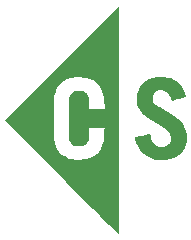
<source format=gbr>
%TF.GenerationSoftware,KiCad,Pcbnew,9.0.1*%
%TF.CreationDate,2025-06-06T15:08:54-07:00*%
%TF.ProjectId,basic_keychain,62617369-635f-46b6-9579-636861696e2e,rev?*%
%TF.SameCoordinates,Original*%
%TF.FileFunction,Legend,Top*%
%TF.FilePolarity,Positive*%
%FSLAX45Y45*%
G04 Gerber Fmt 4.5, Leading zero omitted, Abs format (unit mm)*
G04 Created by KiCad (PCBNEW 9.0.1) date 2025-06-06 15:08:54*
%MOMM*%
%LPD*%
G01*
G04 APERTURE LIST*
%ADD10C,0.000000*%
G04 APERTURE END LIST*
D10*
%TO.C,G\u002A\u002A\u002A*%
G36*
X22588597Y-10448630D02*
G01*
X22619336Y-10452946D01*
X22646456Y-10460137D01*
X22670756Y-10470557D01*
X22693036Y-10484555D01*
X22714097Y-10502484D01*
X22716454Y-10504792D01*
X22728431Y-10517508D01*
X22739167Y-10530479D01*
X22747410Y-10542168D01*
X22748702Y-10544309D01*
X22753737Y-10553871D01*
X22759103Y-10565543D01*
X22764330Y-10578110D01*
X22768948Y-10590358D01*
X22772485Y-10601070D01*
X22774473Y-10609034D01*
X22774739Y-10611583D01*
X22773449Y-10614322D01*
X22769092Y-10617117D01*
X22760937Y-10620357D01*
X22753742Y-10622731D01*
X22741794Y-10626413D01*
X22728188Y-10630457D01*
X22713760Y-10634630D01*
X22699342Y-10638703D01*
X22685770Y-10642445D01*
X22673879Y-10645626D01*
X22664502Y-10648014D01*
X22658475Y-10649379D01*
X22656612Y-10649569D01*
X22655285Y-10647031D01*
X22652284Y-10640871D01*
X22648085Y-10632080D01*
X22644258Y-10623971D01*
X22632270Y-10601988D01*
X22619143Y-10584839D01*
X22604656Y-10572352D01*
X22588587Y-10564353D01*
X22570716Y-10560670D01*
X22562893Y-10560367D01*
X22542439Y-10562371D01*
X22525374Y-10568140D01*
X22511780Y-10577598D01*
X22501741Y-10590670D01*
X22495339Y-10607281D01*
X22492786Y-10624631D01*
X22492754Y-10638164D01*
X22494881Y-10649213D01*
X22499774Y-10659160D01*
X22508037Y-10669387D01*
X22515781Y-10677104D01*
X22522062Y-10682846D01*
X22528459Y-10688177D01*
X22535598Y-10693498D01*
X22544103Y-10699211D01*
X22554598Y-10705719D01*
X22567709Y-10713423D01*
X22584060Y-10722724D01*
X22604218Y-10733993D01*
X22627437Y-10747049D01*
X22646810Y-10758312D01*
X22663040Y-10768270D01*
X22676833Y-10777411D01*
X22688891Y-10786225D01*
X22699919Y-10795200D01*
X22710622Y-10804823D01*
X22721416Y-10815298D01*
X22738137Y-10833145D01*
X22751208Y-10850032D01*
X22761493Y-10867352D01*
X22769853Y-10886497D01*
X22775074Y-10901894D01*
X22777423Y-10910136D01*
X22779056Y-10917893D01*
X22780095Y-10926380D01*
X22780658Y-10936809D01*
X22780866Y-10950392D01*
X22780871Y-10960431D01*
X22780467Y-10981545D01*
X22779222Y-10998820D01*
X22776908Y-11013470D01*
X22773296Y-11026711D01*
X22768158Y-11039756D01*
X22764484Y-11047519D01*
X22750495Y-11071541D01*
X22733881Y-11092125D01*
X22714182Y-11109639D01*
X22690934Y-11124449D01*
X22663675Y-11136922D01*
X22642395Y-11144323D01*
X22631491Y-11146734D01*
X22616694Y-11148616D01*
X22599177Y-11149949D01*
X22580110Y-11150714D01*
X22560666Y-11150892D01*
X22542016Y-11150465D01*
X22525333Y-11149413D01*
X22511787Y-11147716D01*
X22506232Y-11146537D01*
X22474638Y-11135841D01*
X22446071Y-11121063D01*
X22420516Y-11102188D01*
X22397954Y-11079202D01*
X22378369Y-11052090D01*
X22365649Y-11029093D01*
X22360422Y-11017797D01*
X22355237Y-11005415D01*
X22350424Y-10992888D01*
X22346310Y-10981157D01*
X22343223Y-10971163D01*
X22341491Y-10963846D01*
X22341443Y-10960148D01*
X22341553Y-10960004D01*
X22344891Y-10958606D01*
X22352374Y-10956424D01*
X22363150Y-10953645D01*
X22376367Y-10950457D01*
X22391173Y-10947049D01*
X22406717Y-10943607D01*
X22422148Y-10940320D01*
X22436612Y-10937375D01*
X22449258Y-10934959D01*
X22459235Y-10933262D01*
X22465691Y-10932469D01*
X22466649Y-10932435D01*
X22470384Y-10933854D01*
X22473134Y-10938793D01*
X22474461Y-10943251D01*
X22481901Y-10967174D01*
X22491091Y-10987147D01*
X22502584Y-11004169D01*
X22516186Y-11018558D01*
X22532413Y-11030446D01*
X22549888Y-11038016D01*
X22567906Y-11041353D01*
X22585760Y-11040543D01*
X22602746Y-11035673D01*
X22618159Y-11026828D01*
X22631293Y-11014094D01*
X22638317Y-11003697D01*
X22641973Y-10996849D01*
X22644285Y-10990992D01*
X22645560Y-10984604D01*
X22646100Y-10976162D01*
X22646212Y-10964248D01*
X22645635Y-10948465D01*
X22643479Y-10935979D01*
X22639106Y-10925283D01*
X22631880Y-10914874D01*
X22621163Y-10903245D01*
X22619807Y-10901891D01*
X22612214Y-10894831D01*
X22603302Y-10887553D01*
X22592566Y-10879721D01*
X22579500Y-10871003D01*
X22563597Y-10861066D01*
X22544351Y-10849574D01*
X22521256Y-10836196D01*
X22512595Y-10831248D01*
X22496855Y-10822171D01*
X22481402Y-10813057D01*
X22467212Y-10804497D01*
X22455259Y-10797082D01*
X22446518Y-10791401D01*
X22444873Y-10790267D01*
X22420657Y-10771001D01*
X22399759Y-10749738D01*
X22382698Y-10727113D01*
X22369991Y-10703758D01*
X22366122Y-10694008D01*
X22363682Y-10686554D01*
X22361981Y-10679567D01*
X22360888Y-10671864D01*
X22360270Y-10662265D01*
X22359998Y-10649586D01*
X22359943Y-10638248D01*
X22360106Y-10620499D01*
X22360722Y-10606562D01*
X22361898Y-10595170D01*
X22363740Y-10585056D01*
X22364790Y-10580684D01*
X22373643Y-10554484D01*
X22386110Y-10529995D01*
X22397012Y-10514178D01*
X22415481Y-10494705D01*
X22437656Y-10478384D01*
X22463141Y-10465351D01*
X22491541Y-10455739D01*
X22522463Y-10449685D01*
X22555512Y-10447324D01*
X22588597Y-10448630D01*
G37*
G36*
X22207184Y-10813453D02*
G01*
X22207179Y-10883290D01*
X22207165Y-10951821D01*
X22207141Y-11018871D01*
X22207108Y-11084266D01*
X22207066Y-11147830D01*
X22207016Y-11209388D01*
X22206958Y-11268766D01*
X22206892Y-11325790D01*
X22206819Y-11380283D01*
X22206739Y-11432071D01*
X22206652Y-11480980D01*
X22206559Y-11526834D01*
X22206460Y-11569459D01*
X22206356Y-11608679D01*
X22206246Y-11644321D01*
X22206132Y-11676208D01*
X22206013Y-11704167D01*
X22205890Y-11728022D01*
X22205763Y-11747598D01*
X22205632Y-11762722D01*
X22205498Y-11773216D01*
X22205362Y-11778908D01*
X22205273Y-11779950D01*
X22203333Y-11778174D01*
X22197943Y-11772944D01*
X22189251Y-11764408D01*
X22177405Y-11752714D01*
X22162553Y-11738007D01*
X22144842Y-11720435D01*
X22124421Y-11700147D01*
X22101437Y-11677288D01*
X22076039Y-11652007D01*
X22048373Y-11624451D01*
X22018588Y-11594766D01*
X21986832Y-11563100D01*
X21953253Y-11529601D01*
X21917998Y-11494416D01*
X21881215Y-11457691D01*
X21843053Y-11419575D01*
X21803659Y-11380214D01*
X21763180Y-11339756D01*
X21721765Y-11298348D01*
X21721071Y-11297654D01*
X21275036Y-10851615D01*
X21655300Y-10851615D01*
X21655366Y-10881393D01*
X21655533Y-10907533D01*
X21655799Y-10929752D01*
X21656162Y-10947767D01*
X21656619Y-10961296D01*
X21657167Y-10970056D01*
X21657247Y-10970854D01*
X21662986Y-11003722D01*
X21672713Y-11033732D01*
X21686277Y-11060688D01*
X21703526Y-11084399D01*
X21724310Y-11104671D01*
X21748476Y-11121310D01*
X21775874Y-11134125D01*
X21788517Y-11138383D01*
X21816255Y-11144686D01*
X21847308Y-11148041D01*
X21880802Y-11148390D01*
X21909747Y-11146365D01*
X21932287Y-11142478D01*
X21955836Y-11135768D01*
X21978374Y-11126916D01*
X21997711Y-11116709D01*
X22018986Y-11100575D01*
X22037879Y-11080375D01*
X22053947Y-11056753D01*
X22066744Y-11030351D01*
X22075039Y-11004970D01*
X22077167Y-10994299D01*
X22079213Y-10979622D01*
X22081084Y-10962024D01*
X22082684Y-10942588D01*
X22083921Y-10922400D01*
X22084700Y-10902543D01*
X22084910Y-10891077D01*
X22085020Y-10878988D01*
X22020120Y-10878988D01*
X21955220Y-10878988D01*
X21955175Y-10908893D01*
X21954594Y-10936453D01*
X21952832Y-10959505D01*
X21949726Y-10978528D01*
X21945112Y-10994000D01*
X21938827Y-11006399D01*
X21930706Y-11016206D01*
X21920587Y-11023899D01*
X21914812Y-11027061D01*
X21909326Y-11029500D01*
X21903779Y-11031152D01*
X21897015Y-11032169D01*
X21887876Y-11032701D01*
X21875207Y-11032898D01*
X21869788Y-11032916D01*
X21856038Y-11032880D01*
X21846168Y-11032598D01*
X21838968Y-11031877D01*
X21833229Y-11030528D01*
X21827741Y-11028358D01*
X21821516Y-11025292D01*
X21808152Y-11016209D01*
X21798034Y-11004025D01*
X21790722Y-10988133D01*
X21788071Y-10978966D01*
X21787188Y-10972843D01*
X21786360Y-10962206D01*
X21785593Y-10947631D01*
X21784896Y-10929694D01*
X21784275Y-10908972D01*
X21783737Y-10886041D01*
X21783289Y-10861477D01*
X21782939Y-10835856D01*
X21782694Y-10809754D01*
X21782561Y-10783748D01*
X21782548Y-10758413D01*
X21782661Y-10734326D01*
X21782908Y-10712062D01*
X21783296Y-10692199D01*
X21783831Y-10675311D01*
X21784179Y-10667745D01*
X21785772Y-10644302D01*
X21788018Y-10625297D01*
X21791195Y-10610092D01*
X21795582Y-10598048D01*
X21801460Y-10588526D01*
X21809107Y-10580889D01*
X21818802Y-10574497D01*
X21826693Y-10570544D01*
X21833154Y-10567904D01*
X21839650Y-10566187D01*
X21847526Y-10565205D01*
X21858130Y-10564768D01*
X21868687Y-10564687D01*
X21886620Y-10565150D01*
X21900601Y-10566804D01*
X21911697Y-10570005D01*
X21920979Y-10575111D01*
X21929515Y-10582481D01*
X21933036Y-10586227D01*
X21940317Y-10595922D01*
X21945966Y-10607321D01*
X21950129Y-10621075D01*
X21952953Y-10637838D01*
X21954582Y-10658262D01*
X21955165Y-10682999D01*
X21955170Y-10684925D01*
X21955220Y-10716102D01*
X22020120Y-10716102D01*
X22085020Y-10716102D01*
X22084980Y-10695105D01*
X22083775Y-10657170D01*
X22080248Y-10623382D01*
X22074298Y-10593311D01*
X22065825Y-10566524D01*
X22054728Y-10542589D01*
X22046311Y-10528730D01*
X22030164Y-10508143D01*
X22011304Y-10490916D01*
X21989134Y-10476618D01*
X21963058Y-10464819D01*
X21952675Y-10461125D01*
X21944300Y-10458389D01*
X21937179Y-10456334D01*
X21930342Y-10454846D01*
X21922817Y-10453810D01*
X21913636Y-10453111D01*
X21901826Y-10452632D01*
X21886418Y-10452260D01*
X21876323Y-10452064D01*
X21858384Y-10451764D01*
X21844537Y-10451675D01*
X21833785Y-10451867D01*
X21825129Y-10452409D01*
X21817575Y-10453372D01*
X21810123Y-10454826D01*
X21801779Y-10456838D01*
X21799408Y-10457445D01*
X21769256Y-10467241D01*
X21742893Y-10480241D01*
X21720130Y-10496636D01*
X21700780Y-10516616D01*
X21684654Y-10540372D01*
X21671565Y-10568093D01*
X21662256Y-10596483D01*
X21661071Y-10600914D01*
X21660055Y-10605144D01*
X21659191Y-10609588D01*
X21658465Y-10614662D01*
X21657861Y-10620780D01*
X21657364Y-10628357D01*
X21656959Y-10637809D01*
X21656632Y-10649550D01*
X21656366Y-10663995D01*
X21656147Y-10681559D01*
X21655960Y-10702657D01*
X21655789Y-10727705D01*
X21655620Y-10757117D01*
X21655484Y-10782275D01*
X21655339Y-10818481D01*
X21655300Y-10851615D01*
X21275036Y-10851615D01*
X21238781Y-10815359D01*
X21722983Y-10331157D01*
X22207184Y-9846956D01*
X22207184Y-10813453D01*
G37*
%TD*%
M02*

</source>
